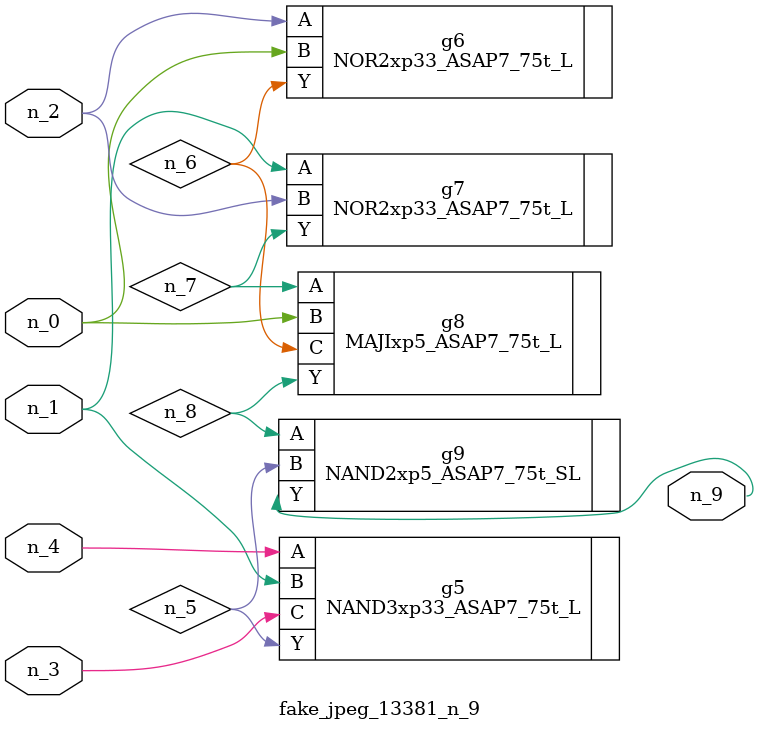
<source format=v>
module fake_jpeg_13381_n_9 (n_3, n_2, n_1, n_0, n_4, n_9);

input n_3;
input n_2;
input n_1;
input n_0;
input n_4;

output n_9;

wire n_8;
wire n_6;
wire n_5;
wire n_7;

NAND3xp33_ASAP7_75t_L g5 ( 
.A(n_4),
.B(n_1),
.C(n_3),
.Y(n_5)
);

NOR2xp33_ASAP7_75t_L g6 ( 
.A(n_2),
.B(n_0),
.Y(n_6)
);

NOR2xp33_ASAP7_75t_L g7 ( 
.A(n_1),
.B(n_2),
.Y(n_7)
);

MAJIxp5_ASAP7_75t_L g8 ( 
.A(n_7),
.B(n_0),
.C(n_6),
.Y(n_8)
);

NAND2xp5_ASAP7_75t_SL g9 ( 
.A(n_8),
.B(n_5),
.Y(n_9)
);


endmodule
</source>
